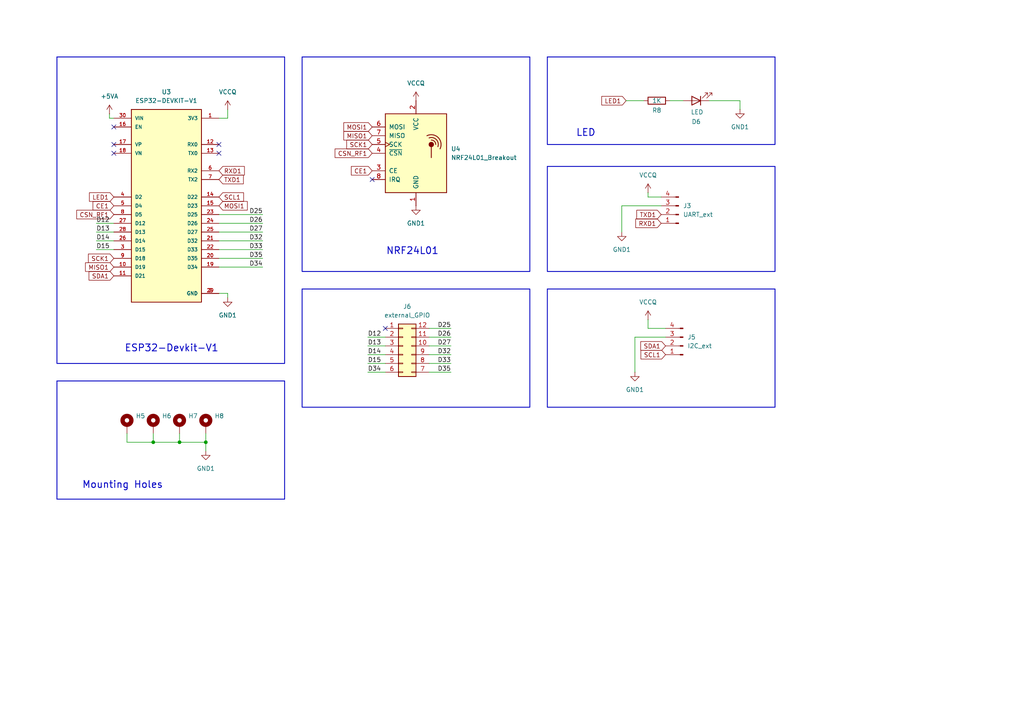
<source format=kicad_sch>
(kicad_sch (version 20231120) (generator "eeschema") (generator_version "8.0")
  (paper "A4")
  (lib_symbols
    (symbol "Connector:Conn_01x04_Pin" (pin_names (offset 1.016) hide)
      (property "Reference" "J" (at 0 5.08 0))
      (property "Value" "Conn_01x04_Pin" (at 0 -7.62 0))
      (symbol "Conn_01x04_Pin_1_1"
        (polyline (pts (xy 1.27 -5.08) (xy 0.8636 -5.08)) (stroke (width 0.1524)))
        (polyline (pts (xy 1.27 -2.54) (xy 0.8636 -2.54)) (stroke (width 0.1524)))
        (polyline (pts (xy 1.27 0) (xy 0.8636 0)) (stroke (width 0.1524)))
        (polyline (pts (xy 1.27 2.54) (xy 0.8636 2.54)) (stroke (width 0.1524)))
        (rectangle (start 0.8636 -4.953) (end 0 -5.207) (stroke (width 0.1524)) (fill (type outline)))
        (rectangle (start 0.8636 -2.413) (end 0 -2.667) (stroke (width 0.1524)) (fill (type outline)))
        (rectangle (start 0.8636 0.127) (end 0 -0.127) (stroke (width 0.1524)) (fill (type outline)))
        (rectangle (start 0.8636 2.667) (end 0 2.413) (stroke (width 0.1524)) (fill (type outline)))
        (pin passive line (at 5.08 2.54 180) (length 3.81) (name "Pin_1") (number "1"))
        (pin passive line (at 5.08 0 180) (length 3.81) (name "Pin_2") (number "2"))
        (pin passive line (at 5.08 -2.54 180) (length 3.81) (name "Pin_3") (number "3"))
        (pin passive line (at 5.08 -5.08 180) (length 3.81) (name "Pin_4") (number "4"))
      )
    )
    (symbol "Connector_Generic:Conn_02x06_Counter_Clockwise" (pin_names (offset 1.016) hide)
      (property "Reference" "J" (at 1.27 7.62 0))
      (property "Value" "Conn_02x06_Counter_Clockwise" (at 1.27 -10.16 0))
      (symbol "Conn_02x06_Counter_Clockwise_1_1"
        (rectangle (start -1.27 -7.493) (end 0 -7.747) (stroke (width 0.1524)))
        (rectangle (start -1.27 -4.953) (end 0 -5.207) (stroke (width 0.1524)))
        (rectangle (start -1.27 -2.413) (end 0 -2.667) (stroke (width 0.1524)))
        (rectangle (start -1.27 0.127) (end 0 -0.127) (stroke (width 0.1524)))
        (rectangle (start -1.27 2.667) (end 0 2.413) (stroke (width 0.1524)))
        (rectangle (start -1.27 5.207) (end 0 4.953) (stroke (width 0.1524)))
        (rectangle (start -1.27 6.35) (end 3.81 -8.89) (stroke (width 0.254)) (fill (type background)))
        (rectangle (start 3.81 -7.493) (end 2.54 -7.747) (stroke (width 0.1524)))
        (rectangle (start 3.81 -4.953) (end 2.54 -5.207) (stroke (width 0.1524)))
        (rectangle (start 3.81 -2.413) (end 2.54 -2.667) (stroke (width 0.1524)))
        (rectangle (start 3.81 0.127) (end 2.54 -0.127) (stroke (width 0.1524)))
        (rectangle (start 3.81 2.667) (end 2.54 2.413) (stroke (width 0.1524)))
        (rectangle (start 3.81 5.207) (end 2.54 4.953) (stroke (width 0.1524)))
        (pin passive line (at -5.08 5.08 0) (length 3.81) (name "Pin_1") (number "1"))
        (pin passive line (at 7.62 0 180) (length 3.81) (name "Pin_10") (number "10"))
        (pin passive line (at 7.62 2.54 180) (length 3.81) (name "Pin_11") (number "11"))
        (pin passive line (at 7.62 5.08 180) (length 3.81) (name "Pin_12") (number "12"))
        (pin passive line (at -5.08 2.54 0) (length 3.81) (name "Pin_2") (number "2"))
        (pin passive line (at -5.08 0 0) (length 3.81) (name "Pin_3") (number "3"))
        (pin passive line (at -5.08 -2.54 0) (length 3.81) (name "Pin_4") (number "4"))
        (pin passive line (at -5.08 -5.08 0) (length 3.81) (name "Pin_5") (number "5"))
        (pin passive line (at -5.08 -7.62 0) (length 3.81) (name "Pin_6") (number "6"))
        (pin passive line (at 7.62 -7.62 180) (length 3.81) (name "Pin_7") (number "7"))
        (pin passive line (at 7.62 -5.08 180) (length 3.81) (name "Pin_8") (number "8"))
        (pin passive line (at 7.62 -2.54 180) (length 3.81) (name "Pin_9") (number "9"))
      )
    )
    (symbol "Device:LED" (pin_numbers hide) (pin_names (offset 1.016) hide)
      (property "Reference" "D" (at 0 2.54 0))
      (property "Value" "LED" (at 0 -2.54 0))
      (symbol "LED_0_1"
        (polyline (pts (xy -1.27 -1.27) (xy -1.27 1.27)) (stroke (width 0.254)))
        (polyline (pts (xy -1.27 0) (xy 1.27 0)))
        (polyline (pts (xy 1.27 -1.27) (xy 1.27 1.27) (xy -1.27 0) (xy 1.27 -1.27)) (stroke (width 0.254)))
        (polyline (pts (xy -3.048 -0.762) (xy -4.572 -2.286) (xy -3.81 -2.286) (xy -4.572 -2.286) (xy -4.572 -1.524)))
        (polyline (pts (xy -1.778 -0.762) (xy -3.302 -2.286) (xy -2.54 -2.286) (xy -3.302 -2.286) (xy -3.302 -1.524)))
      )
      (symbol "LED_1_1"
        (pin passive line (at -3.81 0 0) (length 2.54) (name "K") (number "1"))
        (pin passive line (at 3.81 0 180) (length 2.54) (name "A") (number "2"))
      )
    )
    (symbol "Device:R" (pin_numbers hide) (pin_names (offset 0))
      (property "Reference" "R" (at 2.032 0 90))
      (property "Value" "R" (at 0 0 90))
      (symbol "R_0_1"
        (rectangle (start -1.016 -2.54) (end 1.016 2.54) (stroke (width 0.254)))
      )
      (symbol "R_1_1"
        (pin passive line (at 0 3.81 270) (length 1.27) (name "~") (number "1"))
        (pin passive line (at 0 -3.81 90) (length 1.27) (name "~") (number "2"))
      )
    )
    (symbol "ESP32-DEVKIT-V1:ESP32-DEVKIT-V1" (pin_names (offset 1.016))
      (property "Reference" "U" (at -10.16 30.48 0))
      (property "Value" "ESP32-DEVKIT-V1" (at -10.16 -30.48 0))
      (symbol "ESP32-DEVKIT-V1_0_0"
        (rectangle (start -10.16 -27.94) (end 10.16 27.94) (stroke (width 0.254)) (fill (type background)))
        (pin output line (at 15.24 25.4 180) (length 5.08) (name "3V3") (number "1"))
        (pin bidirectional line (at -15.24 -17.78 0) (length 5.08) (name "D19") (number "10"))
        (pin bidirectional line (at -15.24 -20.32 0) (length 5.08) (name "D21") (number "11"))
        (pin input line (at 15.24 17.78 180) (length 5.08) (name "RX0") (number "12"))
        (pin output line (at 15.24 15.24 180) (length 5.08) (name "TX0") (number "13"))
        (pin bidirectional line (at 15.24 2.54 180) (length 5.08) (name "D22") (number "14"))
        (pin bidirectional line (at 15.24 0 180) (length 5.08) (name "D23") (number "15"))
        (pin input line (at -15.24 22.86 0) (length 5.08) (name "EN") (number "16"))
        (pin bidirectional line (at -15.24 17.78 0) (length 5.08) (name "VP") (number "17"))
        (pin bidirectional line (at -15.24 15.24 0) (length 5.08) (name "VN") (number "18"))
        (pin bidirectional line (at 15.24 -17.78 180) (length 5.08) (name "D34") (number "19"))
        (pin power_in line (at 15.24 -25.4 180) (length 5.08) (name "GND") (number "2"))
        (pin bidirectional line (at 15.24 -15.24 180) (length 5.08) (name "D35") (number "20"))
        (pin bidirectional line (at 15.24 -10.16 180) (length 5.08) (name "D32") (number "21"))
        (pin bidirectional line (at 15.24 -12.7 180) (length 5.08) (name "D33") (number "22"))
        (pin bidirectional line (at 15.24 -2.54 180) (length 5.08) (name "D25") (number "23"))
        (pin bidirectional line (at 15.24 -5.08 180) (length 5.08) (name "D26") (number "24"))
        (pin bidirectional line (at 15.24 -7.62 180) (length 5.08) (name "D27") (number "25"))
        (pin bidirectional line (at -15.24 -10.16 0) (length 5.08) (name "D14") (number "26"))
        (pin bidirectional line (at -15.24 -5.08 0) (length 5.08) (name "D12") (number "27"))
        (pin bidirectional line (at -15.24 -7.62 0) (length 5.08) (name "D13") (number "28"))
        (pin power_in line (at 15.24 -25.4 180) (length 5.08) (name "GND") (number "29"))
        (pin bidirectional line (at -15.24 -12.7 0) (length 5.08) (name "D15") (number "3"))
        (pin input line (at -15.24 25.4 0) (length 5.08) (name "VIN") (number "30"))
        (pin bidirectional line (at -15.24 2.54 0) (length 5.08) (name "D2") (number "4"))
        (pin bidirectional line (at -15.24 0 0) (length 5.08) (name "D4") (number "5"))
        (pin input line (at 15.24 10.16 180) (length 5.08) (name "RX2") (number "6"))
        (pin output line (at 15.24 7.62 180) (length 5.08) (name "TX2") (number "7"))
        (pin bidirectional line (at -15.24 -2.54 0) (length 5.08) (name "D5") (number "8"))
        (pin bidirectional line (at -15.24 -15.24 0) (length 5.08) (name "D18") (number "9"))
      )
    )
    (symbol "Mechanical:MountingHole_Pad" (pin_numbers hide) (pin_names (offset 1.016) hide) (exclude_from_sim yes) (in_bom no)
      (property "Reference" "H" (at 0 6.35 0))
      (property "Value" "MountingHole_Pad" (at 0 4.445 0))
      (symbol "MountingHole_Pad_0_1"
        (circle (center 0 1.27) (radius 1.27) (stroke (width 1.27)))
      )
      (symbol "MountingHole_Pad_1_1"
        (pin input line (at 0 -2.54 90) (length 2.54) (name "1") (number "1"))
      )
    )
    (symbol "RF:NRF24L01_Breakout" (pin_names (offset 1.016))
      (property "Reference" "U" (at -8.89 12.7 0))
      (property "Value" "NRF24L01_Breakout" (at 3.81 12.7 0))
      (symbol "NRF24L01_Breakout_0_1"
        (rectangle (start -8.89 11.43) (end 8.89 -11.43) (stroke (width 0.254)) (fill (type background)))
        (polyline (pts (xy 4.445 1.905) (xy 4.445 -1.27)) (stroke (width 0.254)))
        (circle (center 4.445 2.54) (radius 0.635) (stroke (width 0.254)) (fill (type outline)))
        (arc (start 5.715 2.54) (mid 5.3521 3.4546) (end 4.445 3.81) (stroke (width 0.254)))
        (arc (start 6.35 1.905) (mid 5.8763 3.9854) (end 3.81 4.445) (stroke (width 0.254)))
        (arc (start 6.985 1.27) (mid 6.453 4.548) (end 3.175 5.08) (stroke (width 0.254)))
      )
      (symbol "NRF24L01_Breakout_1_1"
        (pin power_in line (at 0 -15.24 90) (length 3.81) (name "GND") (number "1"))
        (pin power_in line (at 0 15.24 270) (length 3.81) (name "VCC") (number "2"))
        (pin input line (at -12.7 -5.08 0) (length 3.81) (name "CE") (number "3"))
        (pin input line (at -12.7 0 0) (length 3.81) (name "~{CSN}") (number "4"))
        (pin input clock (at -12.7 2.54 0) (length 3.81) (name "SCK") (number "5"))
        (pin input line (at -12.7 7.62 0) (length 3.81) (name "MOSI") (number "6"))
        (pin output line (at -12.7 5.08 0) (length 3.81) (name "MISO") (number "7"))
        (pin output line (at -12.7 -7.62 0) (length 3.81) (name "IRQ") (number "8"))
      )
    )
    (symbol "power:+5VA" (power) (pin_numbers hide) (pin_names (offset 0) hide)
      (property "Value" "+5VA" (at 0 3.556 0))
      (symbol "+5VA_0_1"
        (polyline (pts (xy -0.762 1.27) (xy 0 2.54)))
        (polyline (pts (xy 0 0) (xy 0 2.54)))
        (polyline (pts (xy 0 2.54) (xy 0.762 1.27)))
      )
      (symbol "+5VA_1_1"
        (pin power_in line (at 0 0 90) (length 0) (name "~") (number "1"))
      )
    )
    (symbol "power:GND1" (power) (pin_numbers hide) (pin_names (offset 0) hide)
      (property "Value" "GND1" (at 0 -3.81 0))
      (symbol "GND1_0_1"
        (polyline (pts (xy 0 0) (xy 0 -1.27) (xy 1.27 -1.27) (xy 0 -2.54) (xy -1.27 -1.27) (xy 0 -1.27)))
      )
      (symbol "GND1_1_1"
        (pin power_in line (at 0 0 270) (length 0) (name "~") (number "1"))
      )
    )
    (symbol "power:VCCQ" (power) (pin_numbers hide) (pin_names (offset 0) hide)
      (property "Value" "VCCQ" (at 0 3.556 0))
      (symbol "VCCQ_0_1"
        (polyline (pts (xy -0.762 1.27) (xy 0 2.54)))
        (polyline (pts (xy 0 0) (xy 0 2.54)))
        (polyline (pts (xy 0 2.54) (xy 0.762 1.27)))
      )
      (symbol "VCCQ_1_1"
        (pin power_in line (at 0 0 90) (length 0) (name "~") (number "1"))
      )
    )
  )
  (junction (at 52.07 128.27))
  (junction (at 59.69 128.27))
  (junction (at 44.45 128.27))
  (no_connect (at 33.02 41.91))
  (no_connect (at 63.5 44.45))
  (no_connect (at 111.76 95.25))
  (no_connect (at 63.5 41.91))
  (no_connect (at 107.95 52.07))
  (no_connect (at 33.02 36.83))
  (no_connect (at 33.02 44.45))
  (wire (pts (xy 106.68 102.87) (xy 111.76 102.87)))
  (wire (pts (xy 66.04 86.36) (xy 66.04 85.09)))
  (wire (pts (xy 187.96 92.71) (xy 187.96 95.25)))
  (wire (pts (xy 66.04 34.29) (xy 63.5 34.29)))
  (wire (pts (xy 76.2 64.77) (xy 63.5 64.77)))
  (wire (pts (xy 31.75 34.29) (xy 33.02 34.29)))
  (wire (pts (xy 124.46 107.95) (xy 130.81 107.95)))
  (wire (pts (xy 36.83 125.73) (xy 36.83 128.27)))
  (wire (pts (xy 124.46 100.33) (xy 130.81 100.33)))
  (wire (pts (xy 181.61 29.21) (xy 186.69 29.21)))
  (wire (pts (xy 27.94 64.77) (xy 33.02 64.77)))
  (wire (pts (xy 76.2 62.23) (xy 63.5 62.23)))
  (wire (pts (xy 66.04 31.75) (xy 66.04 34.29)))
  (wire (pts (xy 124.46 105.41) (xy 130.81 105.41)))
  (wire (pts (xy 106.68 107.95) (xy 111.76 107.95)))
  (wire (pts (xy 106.68 105.41) (xy 111.76 105.41)))
  (wire (pts (xy 63.5 67.31) (xy 76.2 67.31)))
  (wire (pts (xy 27.94 72.39) (xy 33.02 72.39)))
  (wire (pts (xy 106.68 100.33) (xy 111.76 100.33)))
  (wire (pts (xy 36.83 128.27) (xy 44.45 128.27)))
  (wire (pts (xy 44.45 125.73) (xy 44.45 128.27)))
  (wire (pts (xy 180.34 59.69) (xy 180.34 67.31)))
  (wire (pts (xy 205.74 29.21) (xy 214.63 29.21)))
  (wire (pts (xy 63.5 74.93) (xy 76.2 74.93)))
  (wire (pts (xy 130.81 95.25) (xy 124.46 95.25)))
  (wire (pts (xy 31.75 33.02) (xy 31.75 34.29)))
  (wire (pts (xy 187.96 95.25) (xy 193.04 95.25)))
  (wire (pts (xy 52.07 128.27) (xy 59.69 128.27)))
  (wire (pts (xy 184.15 97.79) (xy 193.04 97.79)))
  (wire (pts (xy 130.81 97.79) (xy 124.46 97.79)))
  (wire (pts (xy 187.96 55.88) (xy 187.96 57.15)))
  (wire (pts (xy 124.46 102.87) (xy 130.81 102.87)))
  (wire (pts (xy 27.94 69.85) (xy 33.02 69.85)))
  (wire (pts (xy 66.04 85.09) (xy 63.5 85.09)))
  (wire (pts (xy 191.77 59.69) (xy 180.34 59.69)))
  (wire (pts (xy 59.69 125.73) (xy 59.69 128.27)))
  (wire (pts (xy 59.69 128.27) (xy 59.69 130.81)))
  (wire (pts (xy 194.31 29.21) (xy 198.12 29.21)))
  (wire (pts (xy 63.5 72.39) (xy 76.2 72.39)))
  (wire (pts (xy 187.96 57.15) (xy 191.77 57.15)))
  (wire (pts (xy 27.94 67.31) (xy 33.02 67.31)))
  (wire (pts (xy 184.15 107.95) (xy 184.15 97.79)))
  (wire (pts (xy 44.45 128.27) (xy 52.07 128.27)))
  (wire (pts (xy 214.63 29.21) (xy 214.63 31.75)))
  (wire (pts (xy 52.07 125.73) (xy 52.07 128.27)))
  (wire (pts (xy 106.68 97.79) (xy 111.76 97.79)))
  (wire (pts (xy 63.5 69.85) (xy 76.2 69.85)))
  (wire (pts (xy 63.5 77.47) (xy 76.2 77.47)))
  (rectangle (start 87.63 16.51) (end 153.67 78.74) (stroke (width 0.25)))
  (rectangle (start 16.51 16.51) (end 82.55 105.41) (stroke (width 0.25)))
  (rectangle (start 158.75 16.51) (end 224.79 41.91) (stroke (width 0.25)))
  (rectangle (start 158.75 48.26) (end 224.79 78.74) (stroke (width 0.25)))
  (rectangle (start 158.75 83.82) (end 224.79 118.11) (stroke (width 0.25)))
  (rectangle (start 16.51 110.49) (end 82.55 144.78) (stroke (width 0.25)))
  (rectangle (start 87.63 83.82) (end 153.67 118.11) (stroke (width 0.25)))
  (text "Mounting Holes" (at 35.56 140.716 0) (effects (font (size 2 2) (thickness 0.254) (bold yes))))
  (text "NRF24L01" (at 119.634 72.898 0) (effects (font (size 2 2) (thickness 0.254) (bold yes))))
  (text "ESP32-Devkit-V1" (at 49.784 101.092 0) (effects (font (size 2 2) (thickness 0.254) (bold yes))))
  (text "LED" (at 169.926 38.608 0) (effects (font (size 2 2) (thickness 0.254) (bold yes))))
  (label "D33" (at 130.81 105.41 180))
  (label "D34" (at 76.2 77.47 180))
  (label "D14" (at 106.68 102.87 0))
  (label "D27" (at 130.81 100.33 180))
  (label "D13" (at 27.94 67.31 0))
  (label "D15" (at 27.94 72.39 0))
  (label "D12" (at 106.68 97.79 0))
  (label "D35" (at 130.81 107.95 180))
  (label "D32" (at 130.81 102.87 180))
  (label "D13" (at 106.68 100.33 0))
  (label "D34" (at 106.68 107.95 0))
  (label "D25" (at 76.2 62.23 180))
  (label "D26" (at 130.81 97.79 180))
  (label "D27" (at 76.2 67.31 180))
  (label "D35" (at 76.2 74.93 180))
  (label "D26" (at 76.2 64.77 180))
  (label "D25" (at 130.81 95.25 180))
  (label "D14" (at 27.94 69.85 0))
  (label "D12" (at 27.94 64.77 0))
  (label "D33" (at 76.2 72.39 180))
  (label "D32" (at 76.2 69.85 180))
  (label "D15" (at 106.68 105.41 0))
  (global_label "MISO1" (shape input) (at 107.95 39.37 180) (property "Intersheetrefs" "${INTERSHEET_REFS}" (effects (hide yes))))
  (global_label "SCK1" (shape input) (at 107.95 41.91 180) (property "Intersheetrefs" "${INTERSHEET_REFS}" (effects (hide yes))))
  (global_label "CSN_RF1" (shape input) (at 107.95 44.45 180) (property "Intersheetrefs" "${INTERSHEET_REFS}" (effects (hide yes))))
  (global_label "RXD1" (shape input) (at 191.77 64.77 180) (property "Intersheetrefs" "${INTERSHEET_REFS}" (effects (hide yes))))
  (global_label "TXD1" (shape input) (at 191.77 62.23 180) (property "Intersheetrefs" "${INTERSHEET_REFS}" (effects (hide yes))))
  (global_label "CE1" (shape input) (at 33.02 59.69 180) (property "Intersheetrefs" "${INTERSHEET_REFS}" (effects (hide yes))))
  (global_label "SDA1" (shape input) (at 33.02 80.01 180) (property "Intersheetrefs" "${INTERSHEET_REFS}" (effects (hide yes))))
  (global_label "MOSI1" (shape input) (at 107.95 36.83 180) (property "Intersheetrefs" "${INTERSHEET_REFS}" (effects (hide yes))))
  (global_label "SCL1" (shape input) (at 63.5 57.15 0) (property "Intersheetrefs" "${INTERSHEET_REFS}" (effects (hide yes))))
  (global_label "RXD1" (shape input) (at 63.5 49.53 0) (property "Intersheetrefs" "${INTERSHEET_REFS}" (effects (hide yes))))
  (global_label "LED1" (shape input) (at 181.61 29.21 180) (property "Intersheetrefs" "${INTERSHEET_REFS}" (effects (hide yes))))
  (global_label "CE1" (shape input) (at 107.95 49.53 180) (property "Intersheetrefs" "${INTERSHEET_REFS}" (effects (hide yes))))
  (global_label "MISO1" (shape input) (at 33.02 77.47 180) (property "Intersheetrefs" "${INTERSHEET_REFS}" (effects (hide yes))))
  (global_label "MOSI1" (shape input) (at 63.5 59.69 0) (property "Intersheetrefs" "${INTERSHEET_REFS}" (effects (hide yes))))
  (global_label "TXD1" (shape input) (at 63.5 52.07 0) (property "Intersheetrefs" "${INTERSHEET_REFS}" (effects (hide yes))))
  (global_label "SCK1" (shape input) (at 33.02 74.93 180) (property "Intersheetrefs" "${INTERSHEET_REFS}" (effects (hide yes))))
  (global_label "CSN_RF1" (shape input) (at 33.02 62.23 180) (property "Intersheetrefs" "${INTERSHEET_REFS}" (effects (hide yes))))
  (global_label "SCL1" (shape input) (at 193.04 102.87 180) (property "Intersheetrefs" "${INTERSHEET_REFS}" (effects (hide yes))))
  (global_label "LED1" (shape input) (at 33.02 57.15 180) (property "Intersheetrefs" "${INTERSHEET_REFS}" (effects (hide yes))))
  (global_label "SDA1" (shape input) (at 193.04 100.33 180) (property "Intersheetrefs" "${INTERSHEET_REFS}" (effects (hide yes))))
  (symbol (lib_id "power:GND1") (at 184.15 107.95 0) (unit 1)
    (property "Reference" "#PWR035" (effects (hide yes)))
    (property "Value" "GND1" (at 184.15 113.03 0))
    (property "Description" "Power symbol creates a global label with name \"GND1\" , ground" (effects (hide yes)))
  )
  (symbol (lib_id "power:GND1") (at 66.04 86.36 0) (unit 1)
    (property "Reference" "#PWR024" (effects (hide yes)))
    (property "Value" "GND1" (at 66.04 91.44 0))
    (property "Description" "Power symbol creates a global label with name \"GND1\" , ground" (effects (hide yes)))
  )
  (symbol (lib_id "Mechanical:MountingHole_Pad") (at 44.45 123.19 0) (unit 1) (exclude_from_sim yes) (in_bom no)
    (property "Reference" "H6" (at 46.99 120.6499 0) (effects (justify left)))
    (property "Value" "MountingHole_Pad" (effects (hide yes)))
    (property "Footprint" "MountingHole:MountingHole_3.2mm_M3_Pad_Via" (effects (hide yes)))
    (property "Description" "Mounting Hole with connection" (effects (hide yes)))
  )
  (symbol (lib_id "power:GND1") (at 180.34 67.31 0) (unit 1)
    (property "Reference" "#PWR031" (effects (hide yes)))
    (property "Value" "GND1" (at 180.34 72.39 0))
    (property "Description" "Power symbol creates a global label with name \"GND1\" , ground" (effects (hide yes)))
  )
  (symbol (lib_id "ESP32-DEVKIT-V1:ESP32-DEVKIT-V1") (at 48.26 59.69 0) (unit 1)
    (property "Reference" "U3" (at 48.26 26.67 0))
    (property "Value" "ESP32-DEVKIT-V1" (at 48.26 29.21 0))
    (property "Footprint" "ESP32-DEVKIT-V1 (1):MODULE_ESP32_DEVKIT_V1" (effects (hide yes)))
    (property "MF" "Do it" (effects (hide yes)))
    (property "MAXIMUM_PACKAGE_HEIGHT" "6.8 mm" (effects (hide yes)))
    (property "Package" "None" (effects (hide yes)))
    (property "Price" "None" (effects (hide yes)))
    (property "Check_prices" "https://www.snapeda.com/parts/ESP32-DEVKIT-V1/Do+it/view-part/?ref=eda" (effects (hide yes)))
    (property "STANDARD" "Manufacturer Recommendations" (effects (hide yes)))
    (property "PARTREV" "N/A" (effects (hide yes)))
    (property "SnapEDA_Link" "https://www.snapeda.com/parts/ESP32-DEVKIT-V1/Do+it/view-part/?ref=snap" (effects (hide yes)))
    (property "MP" "ESP32-DEVKIT-V1" (effects (hide yes)))
    (property "Description_1" "\nDual core, Wi-Fi: 2.4 GHz up to 150 Mbits/s,BLE (Bluetooth Low Energy) and legacy Bluetooth, 32 bits, Up to 240 MHz\n" (effects (hide yes)))
    (property "Availability" "Not in stock" (effects (hide yes)))
    (property "MANUFACTURER" "DOIT" (effects (hide yes)))
  )
  (symbol (lib_id "power:VCCQ") (at 187.96 55.88 0) (unit 1)
    (property "Reference" "#PWR030" (effects (hide yes)))
    (property "Value" "VCCQ" (at 187.96 50.8 0))
    (property "Description" "Power symbol creates a global label with name \"VCCQ\"" (effects (hide yes)))
  )
  (symbol (lib_id "Mechanical:MountingHole_Pad") (at 52.07 123.19 0) (unit 1) (exclude_from_sim yes) (in_bom no)
    (property "Reference" "H7" (at 54.61 120.6499 0) (effects (justify left)))
    (property "Value" "MountingHole_Pad" (effects (hide yes)))
    (property "Footprint" "MountingHole:MountingHole_3.2mm_M3_Pad_Via" (effects (hide yes)))
    (property "Description" "Mounting Hole with connection" (effects (hide yes)))
  )
  (symbol (lib_id "power:GND1") (at 59.69 130.81 0) (unit 1)
    (property "Reference" "#PWR028" (effects (hide yes)))
    (property "Value" "GND1" (at 59.69 135.89 0))
    (property "Description" "Power symbol creates a global label with name \"GND1\" , ground" (effects (hide yes)))
  )
  (symbol (lib_id "power:+5VA") (at 31.75 33.02 0) (unit 1)
    (property "Reference" "#PWR029" (effects (hide yes)))
    (property "Value" "+5VA" (at 31.75 27.94 0))
    (property "Description" "Power symbol creates a global label with name \"+5VA\"" (effects (hide yes)))
  )
  (symbol (lib_id "RF:NRF24L01_Breakout") (at 120.65 44.45 0) (unit 1)
    (property "Reference" "U4" (at 130.81 43.1799 0) (effects (justify left)))
    (property "Value" "NRF24L01_Breakout" (at 130.81 45.7199 0) (effects (justify left)))
    (property "Footprint" "RF_Module:nRF24L01_Breakout" (effects (hide yes)))
    (property "Datasheet" "http://www.nordicsemi.com/eng/content/download/2730/34105/file/nRF24L01_Product_Specification_v2_0.pdf" (effects (hide yes)))
    (property "Description" "Ultra low power 2.4GHz RF Transceiver, Carrier PCB" (effects (hide yes)))
  )
  (symbol (lib_id "Connector:Conn_01x04_Pin") (at 198.12 100.33 180) (unit 1)
    (property "Reference" "J5" (at 199.39 97.7899 0) (effects (justify right)))
    (property "Value" "I2C_ext" (at 199.39 100.3299 0) (effects (justify right)))
    (property "Footprint" "Connector_PinHeader_2.54mm:PinHeader_1x04_P2.54mm_Vertical" (effects (hide yes)))
    (property "Description" "Generic connector, single row, 01x04, script generated" (effects (hide yes)))
  )
  (symbol (lib_id "Mechanical:MountingHole_Pad") (at 36.83 123.19 0) (unit 1) (exclude_from_sim yes) (in_bom no)
    (property "Reference" "H5" (at 39.37 120.6499 0) (effects (justify left)))
    (property "Value" "MountingHole_Pad" (effects (hide yes)))
    (property "Footprint" "MountingHole:MountingHole_3.2mm_M3_Pad_Via" (effects (hide yes)))
    (property "Description" "Mounting Hole with connection" (effects (hide yes)))
  )
  (symbol (lib_id "Mechanical:MountingHole_Pad") (at 59.69 123.19 0) (unit 1) (exclude_from_sim yes) (in_bom no)
    (property "Reference" "H8" (at 62.23 120.6499 0) (effects (justify left)))
    (property "Value" "MountingHole_Pad" (effects (hide yes)))
    (property "Footprint" "MountingHole:MountingHole_3.2mm_M3_Pad_Via" (effects (hide yes)))
    (property "Description" "Mounting Hole with connection" (effects (hide yes)))
  )
  (symbol (lib_id "power:GND1") (at 214.63 31.75 0) (unit 1)
    (property "Reference" "#PWR025" (effects (hide yes)))
    (property "Value" "GND1" (at 214.63 36.83 0))
    (property "Description" "Power symbol creates a global label with name \"GND1\" , ground" (effects (hide yes)))
  )
  (symbol (lib_id "Connector:Conn_01x04_Pin") (at 196.85 62.23 180) (unit 1)
    (property "Reference" "J3" (at 198.12 59.6899 0) (effects (justify right)))
    (property "Value" "UART_ext" (at 198.12 62.2299 0) (effects (justify right)))
    (property "Footprint" "Connector_PinHeader_2.54mm:PinHeader_1x04_P2.54mm_Vertical" (effects (hide yes)))
    (property "Description" "Generic connector, single row, 01x04, script generated" (effects (hide yes)))
  )
  (symbol (lib_id "Device:LED") (at 201.93 29.21 180) (unit 1)
    (property "Reference" "D6" (at 201.93 35.306 0))
    (property "Value" "LED" (at 202.184 32.512 0))
    (property "Footprint" "LED_THT:LED_D3.0mm_Clear" (effects (hide yes)))
    (property "Description" "Light emitting diode" (effects (hide yes)))
  )
  (symbol (lib_id "power:VCCQ") (at 187.96 92.71 0) (unit 1)
    (property "Reference" "#PWR034" (effects (hide yes)))
    (property "Value" "VCCQ" (at 187.96 87.63 0))
    (property "Description" "Power symbol creates a global label with name \"VCCQ\"" (effects (hide yes)))
  )
  (symbol (lib_id "power:VCCQ") (at 66.04 31.75 0) (unit 1)
    (property "Reference" "#PWR026" (effects (hide yes)))
    (property "Value" "VCCQ" (at 66.04 26.67 0))
    (property "Description" "Power symbol creates a global label with name \"VCCQ\"" (effects (hide yes)))
  )
  (symbol (lib_id "power:GND1") (at 120.65 59.69 0) (unit 1)
    (property "Reference" "#PWR022" (effects (hide yes)))
    (property "Value" "GND1" (at 120.65 64.77 0))
    (property "Description" "Power symbol creates a global label with name \"GND1\" , ground" (effects (hide yes)))
  )
  (symbol (lib_id "power:VCCQ") (at 120.65 29.21 0) (unit 1)
    (property "Reference" "#PWR027" (effects (hide yes)))
    (property "Value" "VCCQ" (at 120.65 24.13 0))
    (property "Description" "Power symbol creates a global label with name \"VCCQ\"" (effects (hide yes)))
  )
  (symbol (lib_id "Device:R") (at 190.5 29.21 90) (unit 1)
    (property "Reference" "R8" (at 190.5 32.004 90))
    (property "Value" "1K" (at 190.5 29.21 90))
    (property "Footprint" "Resistor_THT:R_Axial_DIN0207_L6.3mm_D2.5mm_P10.16mm_Horizontal" (effects (hide yes)))
    (property "Description" "Resistor" (effects (hide yes)))
  )
  (symbol (lib_id "Connector_Generic:Conn_02x06_Counter_Clockwise") (at 116.84 100.33 0) (unit 1)
    (property "Reference" "J6" (at 118.11 88.9 0))
    (property "Value" "external_GPIO" (at 118.11 91.44 0))
    (property "Footprint" "Connector_PinHeader_2.54mm:PinHeader_2x06_P2.54mm_Vertical" (effects (hide yes)))
    (property "Description" "Generic connector, double row, 02x06, counter clockwise pin numbering scheme (similar to DIP package numbering), script generated (kicad-library-utils/schlib/autogen/connector/)" (effects (hide yes)))
  )
)
</source>
